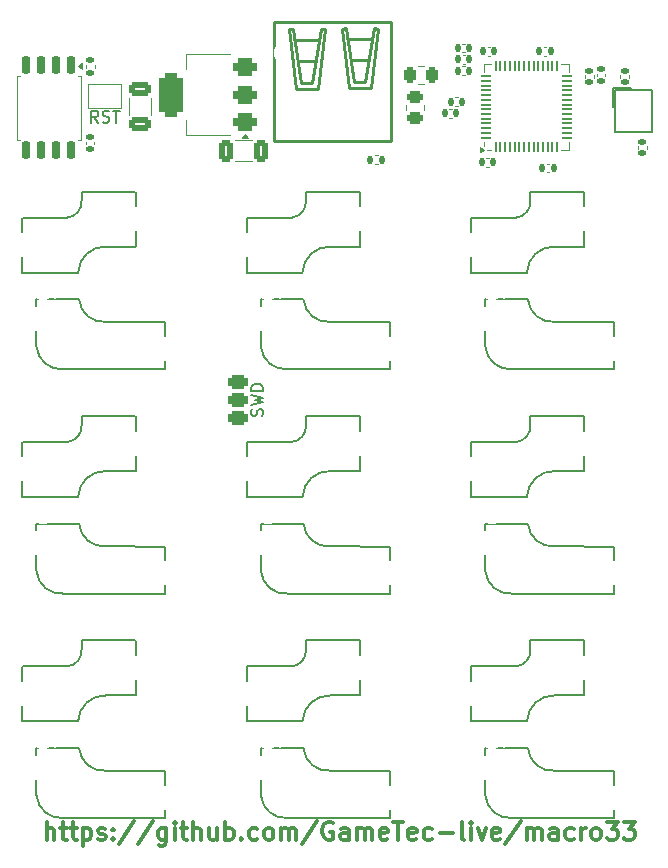
<source format=gto>
%TF.GenerationSoftware,KiCad,Pcbnew,8.0.8*%
%TF.CreationDate,2025-02-13T21:53:56+01:00*%
%TF.ProjectId,macro33,6d616372-6f33-4332-9e6b-696361645f70,2*%
%TF.SameCoordinates,Original*%
%TF.FileFunction,Legend,Top*%
%TF.FilePolarity,Positive*%
%FSLAX46Y46*%
G04 Gerber Fmt 4.6, Leading zero omitted, Abs format (unit mm)*
G04 Created by KiCad (PCBNEW 8.0.8) date 2025-02-13 21:53:56*
%MOMM*%
%LPD*%
G01*
G04 APERTURE LIST*
G04 Aperture macros list*
%AMRoundRect*
0 Rectangle with rounded corners*
0 $1 Rounding radius*
0 $2 $3 $4 $5 $6 $7 $8 $9 X,Y pos of 4 corners*
0 Add a 4 corners polygon primitive as box body*
4,1,4,$2,$3,$4,$5,$6,$7,$8,$9,$2,$3,0*
0 Add four circle primitives for the rounded corners*
1,1,$1+$1,$2,$3*
1,1,$1+$1,$4,$5*
1,1,$1+$1,$6,$7*
1,1,$1+$1,$8,$9*
0 Add four rect primitives between the rounded corners*
20,1,$1+$1,$2,$3,$4,$5,0*
20,1,$1+$1,$4,$5,$6,$7,0*
20,1,$1+$1,$6,$7,$8,$9,0*
20,1,$1+$1,$8,$9,$2,$3,0*%
%AMFreePoly0*
4,1,6,1.000000,0.000000,0.500000,-0.750000,-0.500000,-0.750000,-0.500000,0.750000,0.500000,0.750000,1.000000,0.000000,1.000000,0.000000,$1*%
%AMFreePoly1*
4,1,6,0.500000,-0.750000,-0.650000,-0.750000,-0.150000,0.000000,-0.650000,0.750000,0.500000,0.750000,0.500000,-0.750000,0.500000,-0.750000,$1*%
G04 Aperture macros list end*
%ADD10C,0.300000*%
%ADD11C,0.150000*%
%ADD12C,0.120000*%
%ADD13C,0.254000*%
%ADD14C,0.152500*%
%ADD15RoundRect,0.140000X-0.170000X0.140000X-0.170000X-0.140000X0.170000X-0.140000X0.170000X0.140000X0*%
%ADD16RoundRect,0.250000X-0.262500X-0.450000X0.262500X-0.450000X0.262500X0.450000X-0.262500X0.450000X0*%
%ADD17RoundRect,0.375000X0.625000X0.375000X-0.625000X0.375000X-0.625000X-0.375000X0.625000X-0.375000X0*%
%ADD18RoundRect,0.500000X0.500000X1.400000X-0.500000X1.400000X-0.500000X-1.400000X0.500000X-1.400000X0*%
%ADD19RoundRect,0.250000X0.450000X-0.262500X0.450000X0.262500X-0.450000X0.262500X-0.450000X-0.262500X0*%
%ADD20RoundRect,0.135000X0.135000X0.185000X-0.135000X0.185000X-0.135000X-0.185000X0.135000X-0.185000X0*%
%ADD21RoundRect,0.140000X0.140000X0.170000X-0.140000X0.170000X-0.140000X-0.170000X0.140000X-0.170000X0*%
%ADD22RoundRect,0.140000X-0.140000X-0.170000X0.140000X-0.170000X0.140000X0.170000X-0.140000X0.170000X0*%
%ADD23RoundRect,0.050000X0.050000X-0.387500X0.050000X0.387500X-0.050000X0.387500X-0.050000X-0.387500X0*%
%ADD24RoundRect,0.050000X0.387500X-0.050000X0.387500X0.050000X-0.387500X0.050000X-0.387500X-0.050000X0*%
%ADD25R,3.200000X3.200000*%
%ADD26RoundRect,0.140000X0.170000X-0.140000X0.170000X0.140000X-0.170000X0.140000X-0.170000X-0.140000X0*%
%ADD27O,0.800000X1.400000*%
%ADD28R,0.300000X1.400000*%
%ADD29C,0.600000*%
%ADD30RoundRect,0.135000X0.185000X-0.135000X0.185000X0.135000X-0.185000X0.135000X-0.185000X-0.135000X0*%
%ADD31RoundRect,0.315500X-0.506000X-0.315500X0.506000X-0.315500X0.506000X0.315500X-0.506000X0.315500X0*%
%ADD32RoundRect,0.150000X-0.150000X0.650000X-0.150000X-0.650000X0.150000X-0.650000X0.150000X0.650000X0*%
%ADD33RoundRect,0.250000X-0.650000X0.325000X-0.650000X-0.325000X0.650000X-0.325000X0.650000X0.325000X0*%
%ADD34FreePoly0,180.000000*%
%ADD35FreePoly1,180.000000*%
%ADD36R,1.100000X1.200000*%
%ADD37RoundRect,0.250000X0.325000X0.650000X-0.325000X0.650000X-0.325000X-0.650000X0.325000X-0.650000X0*%
%ADD38C,1.900000*%
%ADD39C,1.700000*%
%ADD40C,3.000000*%
%ADD41C,4.100000*%
%ADD42R,0.300000X2.000000*%
%ADD43R,1.000000X0.500000*%
%ADD44R,1.000000X1.000000*%
%ADD45R,0.500000X2.000000*%
%ADD46R,1.125000X0.500000*%
%ADD47C,0.750000*%
%ADD48R,0.500000X1.625000*%
G04 APERTURE END LIST*
D10*
X57554510Y-132490828D02*
X57554510Y-130990828D01*
X58197368Y-132490828D02*
X58197368Y-131705114D01*
X58197368Y-131705114D02*
X58125939Y-131562257D01*
X58125939Y-131562257D02*
X57983082Y-131490828D01*
X57983082Y-131490828D02*
X57768796Y-131490828D01*
X57768796Y-131490828D02*
X57625939Y-131562257D01*
X57625939Y-131562257D02*
X57554510Y-131633685D01*
X58697368Y-131490828D02*
X59268796Y-131490828D01*
X58911653Y-130990828D02*
X58911653Y-132276542D01*
X58911653Y-132276542D02*
X58983082Y-132419400D01*
X58983082Y-132419400D02*
X59125939Y-132490828D01*
X59125939Y-132490828D02*
X59268796Y-132490828D01*
X59554511Y-131490828D02*
X60125939Y-131490828D01*
X59768796Y-130990828D02*
X59768796Y-132276542D01*
X59768796Y-132276542D02*
X59840225Y-132419400D01*
X59840225Y-132419400D02*
X59983082Y-132490828D01*
X59983082Y-132490828D02*
X60125939Y-132490828D01*
X60625939Y-131490828D02*
X60625939Y-132990828D01*
X60625939Y-131562257D02*
X60768797Y-131490828D01*
X60768797Y-131490828D02*
X61054511Y-131490828D01*
X61054511Y-131490828D02*
X61197368Y-131562257D01*
X61197368Y-131562257D02*
X61268797Y-131633685D01*
X61268797Y-131633685D02*
X61340225Y-131776542D01*
X61340225Y-131776542D02*
X61340225Y-132205114D01*
X61340225Y-132205114D02*
X61268797Y-132347971D01*
X61268797Y-132347971D02*
X61197368Y-132419400D01*
X61197368Y-132419400D02*
X61054511Y-132490828D01*
X61054511Y-132490828D02*
X60768797Y-132490828D01*
X60768797Y-132490828D02*
X60625939Y-132419400D01*
X61911654Y-132419400D02*
X62054511Y-132490828D01*
X62054511Y-132490828D02*
X62340225Y-132490828D01*
X62340225Y-132490828D02*
X62483082Y-132419400D01*
X62483082Y-132419400D02*
X62554511Y-132276542D01*
X62554511Y-132276542D02*
X62554511Y-132205114D01*
X62554511Y-132205114D02*
X62483082Y-132062257D01*
X62483082Y-132062257D02*
X62340225Y-131990828D01*
X62340225Y-131990828D02*
X62125940Y-131990828D01*
X62125940Y-131990828D02*
X61983082Y-131919400D01*
X61983082Y-131919400D02*
X61911654Y-131776542D01*
X61911654Y-131776542D02*
X61911654Y-131705114D01*
X61911654Y-131705114D02*
X61983082Y-131562257D01*
X61983082Y-131562257D02*
X62125940Y-131490828D01*
X62125940Y-131490828D02*
X62340225Y-131490828D01*
X62340225Y-131490828D02*
X62483082Y-131562257D01*
X63197368Y-132347971D02*
X63268797Y-132419400D01*
X63268797Y-132419400D02*
X63197368Y-132490828D01*
X63197368Y-132490828D02*
X63125940Y-132419400D01*
X63125940Y-132419400D02*
X63197368Y-132347971D01*
X63197368Y-132347971D02*
X63197368Y-132490828D01*
X63197368Y-131562257D02*
X63268797Y-131633685D01*
X63268797Y-131633685D02*
X63197368Y-131705114D01*
X63197368Y-131705114D02*
X63125940Y-131633685D01*
X63125940Y-131633685D02*
X63197368Y-131562257D01*
X63197368Y-131562257D02*
X63197368Y-131705114D01*
X64983083Y-130919400D02*
X63697369Y-132847971D01*
X66554512Y-130919400D02*
X65268798Y-132847971D01*
X67697370Y-131490828D02*
X67697370Y-132705114D01*
X67697370Y-132705114D02*
X67625941Y-132847971D01*
X67625941Y-132847971D02*
X67554512Y-132919400D01*
X67554512Y-132919400D02*
X67411655Y-132990828D01*
X67411655Y-132990828D02*
X67197370Y-132990828D01*
X67197370Y-132990828D02*
X67054512Y-132919400D01*
X67697370Y-132419400D02*
X67554512Y-132490828D01*
X67554512Y-132490828D02*
X67268798Y-132490828D01*
X67268798Y-132490828D02*
X67125941Y-132419400D01*
X67125941Y-132419400D02*
X67054512Y-132347971D01*
X67054512Y-132347971D02*
X66983084Y-132205114D01*
X66983084Y-132205114D02*
X66983084Y-131776542D01*
X66983084Y-131776542D02*
X67054512Y-131633685D01*
X67054512Y-131633685D02*
X67125941Y-131562257D01*
X67125941Y-131562257D02*
X67268798Y-131490828D01*
X67268798Y-131490828D02*
X67554512Y-131490828D01*
X67554512Y-131490828D02*
X67697370Y-131562257D01*
X68411655Y-132490828D02*
X68411655Y-131490828D01*
X68411655Y-130990828D02*
X68340227Y-131062257D01*
X68340227Y-131062257D02*
X68411655Y-131133685D01*
X68411655Y-131133685D02*
X68483084Y-131062257D01*
X68483084Y-131062257D02*
X68411655Y-130990828D01*
X68411655Y-130990828D02*
X68411655Y-131133685D01*
X68911656Y-131490828D02*
X69483084Y-131490828D01*
X69125941Y-130990828D02*
X69125941Y-132276542D01*
X69125941Y-132276542D02*
X69197370Y-132419400D01*
X69197370Y-132419400D02*
X69340227Y-132490828D01*
X69340227Y-132490828D02*
X69483084Y-132490828D01*
X69983084Y-132490828D02*
X69983084Y-130990828D01*
X70625942Y-132490828D02*
X70625942Y-131705114D01*
X70625942Y-131705114D02*
X70554513Y-131562257D01*
X70554513Y-131562257D02*
X70411656Y-131490828D01*
X70411656Y-131490828D02*
X70197370Y-131490828D01*
X70197370Y-131490828D02*
X70054513Y-131562257D01*
X70054513Y-131562257D02*
X69983084Y-131633685D01*
X71983085Y-131490828D02*
X71983085Y-132490828D01*
X71340227Y-131490828D02*
X71340227Y-132276542D01*
X71340227Y-132276542D02*
X71411656Y-132419400D01*
X71411656Y-132419400D02*
X71554513Y-132490828D01*
X71554513Y-132490828D02*
X71768799Y-132490828D01*
X71768799Y-132490828D02*
X71911656Y-132419400D01*
X71911656Y-132419400D02*
X71983085Y-132347971D01*
X72697370Y-132490828D02*
X72697370Y-130990828D01*
X72697370Y-131562257D02*
X72840228Y-131490828D01*
X72840228Y-131490828D02*
X73125942Y-131490828D01*
X73125942Y-131490828D02*
X73268799Y-131562257D01*
X73268799Y-131562257D02*
X73340228Y-131633685D01*
X73340228Y-131633685D02*
X73411656Y-131776542D01*
X73411656Y-131776542D02*
X73411656Y-132205114D01*
X73411656Y-132205114D02*
X73340228Y-132347971D01*
X73340228Y-132347971D02*
X73268799Y-132419400D01*
X73268799Y-132419400D02*
X73125942Y-132490828D01*
X73125942Y-132490828D02*
X72840228Y-132490828D01*
X72840228Y-132490828D02*
X72697370Y-132419400D01*
X74054513Y-132347971D02*
X74125942Y-132419400D01*
X74125942Y-132419400D02*
X74054513Y-132490828D01*
X74054513Y-132490828D02*
X73983085Y-132419400D01*
X73983085Y-132419400D02*
X74054513Y-132347971D01*
X74054513Y-132347971D02*
X74054513Y-132490828D01*
X75411657Y-132419400D02*
X75268799Y-132490828D01*
X75268799Y-132490828D02*
X74983085Y-132490828D01*
X74983085Y-132490828D02*
X74840228Y-132419400D01*
X74840228Y-132419400D02*
X74768799Y-132347971D01*
X74768799Y-132347971D02*
X74697371Y-132205114D01*
X74697371Y-132205114D02*
X74697371Y-131776542D01*
X74697371Y-131776542D02*
X74768799Y-131633685D01*
X74768799Y-131633685D02*
X74840228Y-131562257D01*
X74840228Y-131562257D02*
X74983085Y-131490828D01*
X74983085Y-131490828D02*
X75268799Y-131490828D01*
X75268799Y-131490828D02*
X75411657Y-131562257D01*
X76268799Y-132490828D02*
X76125942Y-132419400D01*
X76125942Y-132419400D02*
X76054513Y-132347971D01*
X76054513Y-132347971D02*
X75983085Y-132205114D01*
X75983085Y-132205114D02*
X75983085Y-131776542D01*
X75983085Y-131776542D02*
X76054513Y-131633685D01*
X76054513Y-131633685D02*
X76125942Y-131562257D01*
X76125942Y-131562257D02*
X76268799Y-131490828D01*
X76268799Y-131490828D02*
X76483085Y-131490828D01*
X76483085Y-131490828D02*
X76625942Y-131562257D01*
X76625942Y-131562257D02*
X76697371Y-131633685D01*
X76697371Y-131633685D02*
X76768799Y-131776542D01*
X76768799Y-131776542D02*
X76768799Y-132205114D01*
X76768799Y-132205114D02*
X76697371Y-132347971D01*
X76697371Y-132347971D02*
X76625942Y-132419400D01*
X76625942Y-132419400D02*
X76483085Y-132490828D01*
X76483085Y-132490828D02*
X76268799Y-132490828D01*
X77411656Y-132490828D02*
X77411656Y-131490828D01*
X77411656Y-131633685D02*
X77483085Y-131562257D01*
X77483085Y-131562257D02*
X77625942Y-131490828D01*
X77625942Y-131490828D02*
X77840228Y-131490828D01*
X77840228Y-131490828D02*
X77983085Y-131562257D01*
X77983085Y-131562257D02*
X78054514Y-131705114D01*
X78054514Y-131705114D02*
X78054514Y-132490828D01*
X78054514Y-131705114D02*
X78125942Y-131562257D01*
X78125942Y-131562257D02*
X78268799Y-131490828D01*
X78268799Y-131490828D02*
X78483085Y-131490828D01*
X78483085Y-131490828D02*
X78625942Y-131562257D01*
X78625942Y-131562257D02*
X78697371Y-131705114D01*
X78697371Y-131705114D02*
X78697371Y-132490828D01*
X80483085Y-130919400D02*
X79197371Y-132847971D01*
X81768800Y-131062257D02*
X81625943Y-130990828D01*
X81625943Y-130990828D02*
X81411657Y-130990828D01*
X81411657Y-130990828D02*
X81197371Y-131062257D01*
X81197371Y-131062257D02*
X81054514Y-131205114D01*
X81054514Y-131205114D02*
X80983085Y-131347971D01*
X80983085Y-131347971D02*
X80911657Y-131633685D01*
X80911657Y-131633685D02*
X80911657Y-131847971D01*
X80911657Y-131847971D02*
X80983085Y-132133685D01*
X80983085Y-132133685D02*
X81054514Y-132276542D01*
X81054514Y-132276542D02*
X81197371Y-132419400D01*
X81197371Y-132419400D02*
X81411657Y-132490828D01*
X81411657Y-132490828D02*
X81554514Y-132490828D01*
X81554514Y-132490828D02*
X81768800Y-132419400D01*
X81768800Y-132419400D02*
X81840228Y-132347971D01*
X81840228Y-132347971D02*
X81840228Y-131847971D01*
X81840228Y-131847971D02*
X81554514Y-131847971D01*
X83125943Y-132490828D02*
X83125943Y-131705114D01*
X83125943Y-131705114D02*
X83054514Y-131562257D01*
X83054514Y-131562257D02*
X82911657Y-131490828D01*
X82911657Y-131490828D02*
X82625943Y-131490828D01*
X82625943Y-131490828D02*
X82483085Y-131562257D01*
X83125943Y-132419400D02*
X82983085Y-132490828D01*
X82983085Y-132490828D02*
X82625943Y-132490828D01*
X82625943Y-132490828D02*
X82483085Y-132419400D01*
X82483085Y-132419400D02*
X82411657Y-132276542D01*
X82411657Y-132276542D02*
X82411657Y-132133685D01*
X82411657Y-132133685D02*
X82483085Y-131990828D01*
X82483085Y-131990828D02*
X82625943Y-131919400D01*
X82625943Y-131919400D02*
X82983085Y-131919400D01*
X82983085Y-131919400D02*
X83125943Y-131847971D01*
X83840228Y-132490828D02*
X83840228Y-131490828D01*
X83840228Y-131633685D02*
X83911657Y-131562257D01*
X83911657Y-131562257D02*
X84054514Y-131490828D01*
X84054514Y-131490828D02*
X84268800Y-131490828D01*
X84268800Y-131490828D02*
X84411657Y-131562257D01*
X84411657Y-131562257D02*
X84483086Y-131705114D01*
X84483086Y-131705114D02*
X84483086Y-132490828D01*
X84483086Y-131705114D02*
X84554514Y-131562257D01*
X84554514Y-131562257D02*
X84697371Y-131490828D01*
X84697371Y-131490828D02*
X84911657Y-131490828D01*
X84911657Y-131490828D02*
X85054514Y-131562257D01*
X85054514Y-131562257D02*
X85125943Y-131705114D01*
X85125943Y-131705114D02*
X85125943Y-132490828D01*
X86411657Y-132419400D02*
X86268800Y-132490828D01*
X86268800Y-132490828D02*
X85983086Y-132490828D01*
X85983086Y-132490828D02*
X85840228Y-132419400D01*
X85840228Y-132419400D02*
X85768800Y-132276542D01*
X85768800Y-132276542D02*
X85768800Y-131705114D01*
X85768800Y-131705114D02*
X85840228Y-131562257D01*
X85840228Y-131562257D02*
X85983086Y-131490828D01*
X85983086Y-131490828D02*
X86268800Y-131490828D01*
X86268800Y-131490828D02*
X86411657Y-131562257D01*
X86411657Y-131562257D02*
X86483086Y-131705114D01*
X86483086Y-131705114D02*
X86483086Y-131847971D01*
X86483086Y-131847971D02*
X85768800Y-131990828D01*
X86911657Y-130990828D02*
X87768800Y-130990828D01*
X87340228Y-132490828D02*
X87340228Y-130990828D01*
X88840228Y-132419400D02*
X88697371Y-132490828D01*
X88697371Y-132490828D02*
X88411657Y-132490828D01*
X88411657Y-132490828D02*
X88268799Y-132419400D01*
X88268799Y-132419400D02*
X88197371Y-132276542D01*
X88197371Y-132276542D02*
X88197371Y-131705114D01*
X88197371Y-131705114D02*
X88268799Y-131562257D01*
X88268799Y-131562257D02*
X88411657Y-131490828D01*
X88411657Y-131490828D02*
X88697371Y-131490828D01*
X88697371Y-131490828D02*
X88840228Y-131562257D01*
X88840228Y-131562257D02*
X88911657Y-131705114D01*
X88911657Y-131705114D02*
X88911657Y-131847971D01*
X88911657Y-131847971D02*
X88197371Y-131990828D01*
X90197371Y-132419400D02*
X90054513Y-132490828D01*
X90054513Y-132490828D02*
X89768799Y-132490828D01*
X89768799Y-132490828D02*
X89625942Y-132419400D01*
X89625942Y-132419400D02*
X89554513Y-132347971D01*
X89554513Y-132347971D02*
X89483085Y-132205114D01*
X89483085Y-132205114D02*
X89483085Y-131776542D01*
X89483085Y-131776542D02*
X89554513Y-131633685D01*
X89554513Y-131633685D02*
X89625942Y-131562257D01*
X89625942Y-131562257D02*
X89768799Y-131490828D01*
X89768799Y-131490828D02*
X90054513Y-131490828D01*
X90054513Y-131490828D02*
X90197371Y-131562257D01*
X90840227Y-131919400D02*
X91983085Y-131919400D01*
X92911656Y-132490828D02*
X92768799Y-132419400D01*
X92768799Y-132419400D02*
X92697370Y-132276542D01*
X92697370Y-132276542D02*
X92697370Y-130990828D01*
X93483084Y-132490828D02*
X93483084Y-131490828D01*
X93483084Y-130990828D02*
X93411656Y-131062257D01*
X93411656Y-131062257D02*
X93483084Y-131133685D01*
X93483084Y-131133685D02*
X93554513Y-131062257D01*
X93554513Y-131062257D02*
X93483084Y-130990828D01*
X93483084Y-130990828D02*
X93483084Y-131133685D01*
X94054513Y-131490828D02*
X94411656Y-132490828D01*
X94411656Y-132490828D02*
X94768799Y-131490828D01*
X95911656Y-132419400D02*
X95768799Y-132490828D01*
X95768799Y-132490828D02*
X95483085Y-132490828D01*
X95483085Y-132490828D02*
X95340227Y-132419400D01*
X95340227Y-132419400D02*
X95268799Y-132276542D01*
X95268799Y-132276542D02*
X95268799Y-131705114D01*
X95268799Y-131705114D02*
X95340227Y-131562257D01*
X95340227Y-131562257D02*
X95483085Y-131490828D01*
X95483085Y-131490828D02*
X95768799Y-131490828D01*
X95768799Y-131490828D02*
X95911656Y-131562257D01*
X95911656Y-131562257D02*
X95983085Y-131705114D01*
X95983085Y-131705114D02*
X95983085Y-131847971D01*
X95983085Y-131847971D02*
X95268799Y-131990828D01*
X97697370Y-130919400D02*
X96411656Y-132847971D01*
X98197370Y-132490828D02*
X98197370Y-131490828D01*
X98197370Y-131633685D02*
X98268799Y-131562257D01*
X98268799Y-131562257D02*
X98411656Y-131490828D01*
X98411656Y-131490828D02*
X98625942Y-131490828D01*
X98625942Y-131490828D02*
X98768799Y-131562257D01*
X98768799Y-131562257D02*
X98840228Y-131705114D01*
X98840228Y-131705114D02*
X98840228Y-132490828D01*
X98840228Y-131705114D02*
X98911656Y-131562257D01*
X98911656Y-131562257D02*
X99054513Y-131490828D01*
X99054513Y-131490828D02*
X99268799Y-131490828D01*
X99268799Y-131490828D02*
X99411656Y-131562257D01*
X99411656Y-131562257D02*
X99483085Y-131705114D01*
X99483085Y-131705114D02*
X99483085Y-132490828D01*
X100840228Y-132490828D02*
X100840228Y-131705114D01*
X100840228Y-131705114D02*
X100768799Y-131562257D01*
X100768799Y-131562257D02*
X100625942Y-131490828D01*
X100625942Y-131490828D02*
X100340228Y-131490828D01*
X100340228Y-131490828D02*
X100197370Y-131562257D01*
X100840228Y-132419400D02*
X100697370Y-132490828D01*
X100697370Y-132490828D02*
X100340228Y-132490828D01*
X100340228Y-132490828D02*
X100197370Y-132419400D01*
X100197370Y-132419400D02*
X100125942Y-132276542D01*
X100125942Y-132276542D02*
X100125942Y-132133685D01*
X100125942Y-132133685D02*
X100197370Y-131990828D01*
X100197370Y-131990828D02*
X100340228Y-131919400D01*
X100340228Y-131919400D02*
X100697370Y-131919400D01*
X100697370Y-131919400D02*
X100840228Y-131847971D01*
X102197371Y-132419400D02*
X102054513Y-132490828D01*
X102054513Y-132490828D02*
X101768799Y-132490828D01*
X101768799Y-132490828D02*
X101625942Y-132419400D01*
X101625942Y-132419400D02*
X101554513Y-132347971D01*
X101554513Y-132347971D02*
X101483085Y-132205114D01*
X101483085Y-132205114D02*
X101483085Y-131776542D01*
X101483085Y-131776542D02*
X101554513Y-131633685D01*
X101554513Y-131633685D02*
X101625942Y-131562257D01*
X101625942Y-131562257D02*
X101768799Y-131490828D01*
X101768799Y-131490828D02*
X102054513Y-131490828D01*
X102054513Y-131490828D02*
X102197371Y-131562257D01*
X102840227Y-132490828D02*
X102840227Y-131490828D01*
X102840227Y-131776542D02*
X102911656Y-131633685D01*
X102911656Y-131633685D02*
X102983085Y-131562257D01*
X102983085Y-131562257D02*
X103125942Y-131490828D01*
X103125942Y-131490828D02*
X103268799Y-131490828D01*
X103983084Y-132490828D02*
X103840227Y-132419400D01*
X103840227Y-132419400D02*
X103768798Y-132347971D01*
X103768798Y-132347971D02*
X103697370Y-132205114D01*
X103697370Y-132205114D02*
X103697370Y-131776542D01*
X103697370Y-131776542D02*
X103768798Y-131633685D01*
X103768798Y-131633685D02*
X103840227Y-131562257D01*
X103840227Y-131562257D02*
X103983084Y-131490828D01*
X103983084Y-131490828D02*
X104197370Y-131490828D01*
X104197370Y-131490828D02*
X104340227Y-131562257D01*
X104340227Y-131562257D02*
X104411656Y-131633685D01*
X104411656Y-131633685D02*
X104483084Y-131776542D01*
X104483084Y-131776542D02*
X104483084Y-132205114D01*
X104483084Y-132205114D02*
X104411656Y-132347971D01*
X104411656Y-132347971D02*
X104340227Y-132419400D01*
X104340227Y-132419400D02*
X104197370Y-132490828D01*
X104197370Y-132490828D02*
X103983084Y-132490828D01*
X104983084Y-130990828D02*
X105911656Y-130990828D01*
X105911656Y-130990828D02*
X105411656Y-131562257D01*
X105411656Y-131562257D02*
X105625941Y-131562257D01*
X105625941Y-131562257D02*
X105768799Y-131633685D01*
X105768799Y-131633685D02*
X105840227Y-131705114D01*
X105840227Y-131705114D02*
X105911656Y-131847971D01*
X105911656Y-131847971D02*
X105911656Y-132205114D01*
X105911656Y-132205114D02*
X105840227Y-132347971D01*
X105840227Y-132347971D02*
X105768799Y-132419400D01*
X105768799Y-132419400D02*
X105625941Y-132490828D01*
X105625941Y-132490828D02*
X105197370Y-132490828D01*
X105197370Y-132490828D02*
X105054513Y-132419400D01*
X105054513Y-132419400D02*
X104983084Y-132347971D01*
X106411655Y-130990828D02*
X107340227Y-130990828D01*
X107340227Y-130990828D02*
X106840227Y-131562257D01*
X106840227Y-131562257D02*
X107054512Y-131562257D01*
X107054512Y-131562257D02*
X107197370Y-131633685D01*
X107197370Y-131633685D02*
X107268798Y-131705114D01*
X107268798Y-131705114D02*
X107340227Y-131847971D01*
X107340227Y-131847971D02*
X107340227Y-132205114D01*
X107340227Y-132205114D02*
X107268798Y-132347971D01*
X107268798Y-132347971D02*
X107197370Y-132419400D01*
X107197370Y-132419400D02*
X107054512Y-132490828D01*
X107054512Y-132490828D02*
X106625941Y-132490828D01*
X106625941Y-132490828D02*
X106483084Y-132419400D01*
X106483084Y-132419400D02*
X106411655Y-132347971D01*
D11*
X75835700Y-96607142D02*
X75883319Y-96464285D01*
X75883319Y-96464285D02*
X75883319Y-96226190D01*
X75883319Y-96226190D02*
X75835700Y-96130952D01*
X75835700Y-96130952D02*
X75788080Y-96083333D01*
X75788080Y-96083333D02*
X75692842Y-96035714D01*
X75692842Y-96035714D02*
X75597604Y-96035714D01*
X75597604Y-96035714D02*
X75502366Y-96083333D01*
X75502366Y-96083333D02*
X75454747Y-96130952D01*
X75454747Y-96130952D02*
X75407128Y-96226190D01*
X75407128Y-96226190D02*
X75359509Y-96416666D01*
X75359509Y-96416666D02*
X75311890Y-96511904D01*
X75311890Y-96511904D02*
X75264271Y-96559523D01*
X75264271Y-96559523D02*
X75169033Y-96607142D01*
X75169033Y-96607142D02*
X75073795Y-96607142D01*
X75073795Y-96607142D02*
X74978557Y-96559523D01*
X74978557Y-96559523D02*
X74930938Y-96511904D01*
X74930938Y-96511904D02*
X74883319Y-96416666D01*
X74883319Y-96416666D02*
X74883319Y-96178571D01*
X74883319Y-96178571D02*
X74930938Y-96035714D01*
X74883319Y-95702380D02*
X75883319Y-95464285D01*
X75883319Y-95464285D02*
X75169033Y-95273809D01*
X75169033Y-95273809D02*
X75883319Y-95083333D01*
X75883319Y-95083333D02*
X74883319Y-94845238D01*
X75883319Y-94464285D02*
X74883319Y-94464285D01*
X74883319Y-94464285D02*
X74883319Y-94226190D01*
X74883319Y-94226190D02*
X74930938Y-94083333D01*
X74930938Y-94083333D02*
X75026176Y-93988095D01*
X75026176Y-93988095D02*
X75121414Y-93940476D01*
X75121414Y-93940476D02*
X75311890Y-93892857D01*
X75311890Y-93892857D02*
X75454747Y-93892857D01*
X75454747Y-93892857D02*
X75645223Y-93940476D01*
X75645223Y-93940476D02*
X75740461Y-93988095D01*
X75740461Y-93988095D02*
X75835700Y-94083333D01*
X75835700Y-94083333D02*
X75883319Y-94226190D01*
X75883319Y-94226190D02*
X75883319Y-94464285D01*
X61927380Y-71774819D02*
X61594047Y-71298628D01*
X61355952Y-71774819D02*
X61355952Y-70774819D01*
X61355952Y-70774819D02*
X61736904Y-70774819D01*
X61736904Y-70774819D02*
X61832142Y-70822438D01*
X61832142Y-70822438D02*
X61879761Y-70870057D01*
X61879761Y-70870057D02*
X61927380Y-70965295D01*
X61927380Y-70965295D02*
X61927380Y-71108152D01*
X61927380Y-71108152D02*
X61879761Y-71203390D01*
X61879761Y-71203390D02*
X61832142Y-71251009D01*
X61832142Y-71251009D02*
X61736904Y-71298628D01*
X61736904Y-71298628D02*
X61355952Y-71298628D01*
X62308333Y-71727200D02*
X62451190Y-71774819D01*
X62451190Y-71774819D02*
X62689285Y-71774819D01*
X62689285Y-71774819D02*
X62784523Y-71727200D01*
X62784523Y-71727200D02*
X62832142Y-71679580D01*
X62832142Y-71679580D02*
X62879761Y-71584342D01*
X62879761Y-71584342D02*
X62879761Y-71489104D01*
X62879761Y-71489104D02*
X62832142Y-71393866D01*
X62832142Y-71393866D02*
X62784523Y-71346247D01*
X62784523Y-71346247D02*
X62689285Y-71298628D01*
X62689285Y-71298628D02*
X62498809Y-71251009D01*
X62498809Y-71251009D02*
X62403571Y-71203390D01*
X62403571Y-71203390D02*
X62355952Y-71155771D01*
X62355952Y-71155771D02*
X62308333Y-71060533D01*
X62308333Y-71060533D02*
X62308333Y-70965295D01*
X62308333Y-70965295D02*
X62355952Y-70870057D01*
X62355952Y-70870057D02*
X62403571Y-70822438D01*
X62403571Y-70822438D02*
X62498809Y-70774819D01*
X62498809Y-70774819D02*
X62736904Y-70774819D01*
X62736904Y-70774819D02*
X62879761Y-70822438D01*
X63165476Y-70774819D02*
X63736904Y-70774819D01*
X63451190Y-71774819D02*
X63451190Y-70774819D01*
D12*
%TO.C,C2*%
X106140000Y-67779664D02*
X106140000Y-67995336D01*
X106860000Y-67779664D02*
X106860000Y-67995336D01*
%TO.C,R2*%
X89022936Y-67015000D02*
X89477064Y-67015000D01*
X89022936Y-68485000D02*
X89477064Y-68485000D01*
%TO.C,U3*%
X69330000Y-65998000D02*
X69330000Y-67258000D01*
X69330000Y-72818000D02*
X69330000Y-71558000D01*
X73090000Y-65998000D02*
X69330000Y-65998000D01*
X73090000Y-72818000D02*
X69330000Y-72818000D01*
X74610000Y-73048000D02*
X74130000Y-73048000D01*
X74370000Y-72718000D01*
X74610000Y-73048000D01*
G36*
X74610000Y-73048000D02*
G01*
X74130000Y-73048000D01*
X74370000Y-72718000D01*
X74610000Y-73048000D01*
G37*
%TO.C,R1*%
X88015000Y-70727064D02*
X88015000Y-70272936D01*
X89485000Y-70727064D02*
X89485000Y-70272936D01*
%TO.C,R5*%
X85643641Y-74528000D02*
X85336359Y-74528000D01*
X85643641Y-75288000D02*
X85336359Y-75288000D01*
%TO.C,C13*%
X92975336Y-65110000D02*
X92759664Y-65110000D01*
X92975336Y-65830000D02*
X92759664Y-65830000D01*
%TO.C,C11*%
X99642164Y-65390000D02*
X99857836Y-65390000D01*
X99642164Y-66110000D02*
X99857836Y-66110000D01*
%TO.C,C4*%
X92975336Y-67027500D02*
X92759664Y-67027500D01*
X92975336Y-67747500D02*
X92759664Y-67747500D01*
%TO.C,U1*%
X94577500Y-66840000D02*
X95227500Y-66840000D01*
X94577500Y-67490000D02*
X94577500Y-66840000D01*
X94577500Y-73410000D02*
X94577500Y-73760000D01*
X95227500Y-74060000D02*
X94817500Y-74060000D01*
X101797500Y-66840000D02*
X101147500Y-66840000D01*
X101797500Y-67490000D02*
X101797500Y-66840000D01*
X101797500Y-73410000D02*
X101797500Y-74060000D01*
X101797500Y-74060000D02*
X101147500Y-74060000D01*
X94577500Y-74060000D02*
X94247500Y-74300000D01*
X94247500Y-73820000D01*
X94577500Y-74060000D01*
G36*
X94577500Y-74060000D02*
G01*
X94247500Y-74300000D01*
X94247500Y-73820000D01*
X94577500Y-74060000D01*
G37*
%TO.C,C8*%
X60890000Y-73627836D02*
X60890000Y-73412164D01*
X61610000Y-73627836D02*
X61610000Y-73412164D01*
D13*
%TO.C,USBC1*%
X76797000Y-63293000D02*
X86703000Y-63293000D01*
X76797000Y-73326000D02*
X76797000Y-63293000D01*
X78105000Y-63877000D02*
X78686500Y-68924000D01*
X78437500Y-63851500D02*
X78105000Y-63877000D01*
X78534000Y-64783500D02*
X80617000Y-64783500D01*
X78686500Y-68924000D02*
X80540500Y-68924000D01*
X78864000Y-66536500D02*
X80312000Y-66536500D01*
X79093000Y-68416000D02*
X78437500Y-63851500D01*
X80032500Y-68416000D02*
X79093000Y-68416000D01*
X80540500Y-68924000D02*
X81125000Y-63869500D01*
X80820000Y-63818500D02*
X80032500Y-68416000D01*
X81125000Y-63869500D02*
X80820000Y-63818500D01*
X82575000Y-63826000D02*
X82908000Y-63800500D01*
X82908000Y-63800500D02*
X83563000Y-68365000D01*
X83004500Y-64733000D02*
X85087000Y-64733000D01*
X83157000Y-68873000D02*
X82575000Y-63826000D01*
X83334500Y-66485500D02*
X84782500Y-66485500D01*
X83563000Y-68365000D02*
X84503000Y-68365000D01*
X84503000Y-68365000D02*
X85290500Y-63767500D01*
X85011000Y-68873000D02*
X83157000Y-68873000D01*
X85290500Y-63767500D02*
X85595000Y-63818500D01*
X85595000Y-63818500D02*
X85011000Y-68873000D01*
X86703000Y-63293000D02*
X86703000Y-73326000D01*
X86703000Y-73326000D02*
X76797000Y-73326000D01*
D12*
%TO.C,R3*%
X60870000Y-67183641D02*
X60870000Y-66876359D01*
X61630000Y-67183641D02*
X61630000Y-66876359D01*
%TO.C,C5*%
X91877836Y-70640000D02*
X91662164Y-70640000D01*
X91877836Y-71360000D02*
X91662164Y-71360000D01*
%TO.C,C7*%
X95015336Y-74777500D02*
X94799664Y-74777500D01*
X95015336Y-75497500D02*
X94799664Y-75497500D01*
%TO.C,C10*%
X92377836Y-69640000D02*
X92162164Y-69640000D01*
X92377836Y-70360000D02*
X92162164Y-70360000D01*
%TO.C,C9*%
X104140000Y-67857836D02*
X104140000Y-67642164D01*
X104860000Y-67857836D02*
X104860000Y-67642164D01*
%TO.C,U2*%
X55025000Y-67795000D02*
X55285000Y-67795000D01*
X55025000Y-70520000D02*
X55025000Y-67795000D01*
X55025000Y-70520000D02*
X55025000Y-73245000D01*
X55025000Y-73245000D02*
X55285000Y-73245000D01*
X60475000Y-67795000D02*
X60215000Y-67795000D01*
X60475000Y-70520000D02*
X60475000Y-67795000D01*
X60475000Y-70520000D02*
X60475000Y-73245000D01*
X60475000Y-73245000D02*
X60215000Y-73245000D01*
X60545000Y-67252500D02*
X60215000Y-67012500D01*
X60545000Y-66772500D01*
X60545000Y-67252500D01*
G36*
X60545000Y-67252500D02*
G01*
X60215000Y-67012500D01*
X60545000Y-66772500D01*
X60545000Y-67252500D01*
G37*
%TO.C,C16*%
X92995336Y-66060000D02*
X92779664Y-66060000D01*
X92995336Y-66780000D02*
X92779664Y-66780000D01*
%TO.C,C15*%
X64580000Y-69696748D02*
X64580000Y-71119252D01*
X66400000Y-69696748D02*
X66400000Y-71119252D01*
%TO.C,C1*%
X107640000Y-73995336D02*
X107640000Y-73779664D01*
X108360000Y-73995336D02*
X108360000Y-73779664D01*
%TO.C,C6*%
X94892164Y-65390000D02*
X95107836Y-65390000D01*
X94892164Y-66110000D02*
X95107836Y-66110000D01*
%TO.C,C12*%
X99912164Y-75277500D02*
X100127836Y-75277500D01*
X99912164Y-75997500D02*
X100127836Y-75997500D01*
%TO.C,RST*%
X61075000Y-68520000D02*
X63875000Y-68520000D01*
X61075000Y-70520000D02*
X61075000Y-68520000D01*
X63875000Y-68520000D02*
X63875000Y-70520000D01*
X63875000Y-70520000D02*
X61075000Y-70520000D01*
%TO.C,C3*%
X103160000Y-67995336D02*
X103160000Y-67779664D01*
X103880000Y-67995336D02*
X103880000Y-67779664D01*
D14*
%TO.C,Y1*%
X105492500Y-68831000D02*
X105492500Y-70487000D01*
X105721500Y-69059000D02*
X108778500Y-69059000D01*
X105721500Y-72616000D02*
X105721500Y-69059000D01*
X107049500Y-68831000D02*
X105492500Y-68831000D01*
X108778500Y-69059000D02*
X108778500Y-72616000D01*
X108778500Y-72616000D02*
X105721500Y-72616000D01*
D12*
%TO.C,C14*%
X74951252Y-73248000D02*
X73528748Y-73248000D01*
X74951252Y-75068000D02*
X73528748Y-75068000D01*
D11*
%TO.C,SW8*%
X74500000Y-117850000D02*
X74500000Y-122450000D01*
X74500000Y-122475000D02*
X79225000Y-122475000D01*
X74525000Y-117825000D02*
X78300000Y-117825000D01*
X75700000Y-124755000D02*
X75700000Y-128700000D01*
X77975000Y-130654000D02*
X86600000Y-130654000D01*
X79310000Y-124746000D02*
X75700000Y-124746000D01*
X79520000Y-115650000D02*
X79520000Y-116350000D01*
X79525000Y-115625000D02*
X84075000Y-115625000D01*
X81525000Y-120275000D02*
X84075000Y-120275000D01*
X81550000Y-126654000D02*
X86600000Y-126700000D01*
X84100000Y-115650000D02*
X84100000Y-120250000D01*
X86600000Y-130654000D02*
X86600000Y-126746000D01*
X77975000Y-130654000D02*
G75*
G02*
X75711000Y-128770000I-190000J2074000D01*
G01*
X79230000Y-122450000D02*
G75*
G02*
X81600000Y-120280000I2270000J-100000D01*
G01*
X79520000Y-116400000D02*
G75*
G02*
X78300000Y-117820000I-1320000J-100000D01*
G01*
X81575000Y-126650000D02*
G75*
G02*
X79315000Y-124770000I-190000J2070000D01*
G01*
%TO.C,SW1*%
X55500000Y-79850000D02*
X55500000Y-84450000D01*
X55500000Y-84475000D02*
X60225000Y-84475000D01*
X55525000Y-79825000D02*
X59300000Y-79825000D01*
X56700000Y-86755000D02*
X56700000Y-90700000D01*
X58975000Y-92654000D02*
X67600000Y-92654000D01*
X60310000Y-86746000D02*
X56700000Y-86746000D01*
X60520000Y-77650000D02*
X60520000Y-78350000D01*
X60525000Y-77625000D02*
X65075000Y-77625000D01*
X62525000Y-82275000D02*
X65075000Y-82275000D01*
X62550000Y-88654000D02*
X67600000Y-88700000D01*
X65100000Y-77650000D02*
X65100000Y-82250000D01*
X67600000Y-92654000D02*
X67600000Y-88746000D01*
X58975000Y-92654000D02*
G75*
G02*
X56711000Y-90770000I-190000J2074000D01*
G01*
X60230000Y-84450000D02*
G75*
G02*
X62600000Y-82280000I2270000J-100000D01*
G01*
X60520000Y-78400000D02*
G75*
G02*
X59300000Y-79820000I-1320000J-100000D01*
G01*
X62575000Y-88650000D02*
G75*
G02*
X60315000Y-86770000I-190000J2070000D01*
G01*
%TO.C,SW4*%
X55500000Y-98850000D02*
X55500000Y-103450000D01*
X55500000Y-103475000D02*
X60225000Y-103475000D01*
X55525000Y-98825000D02*
X59300000Y-98825000D01*
X56700000Y-105755000D02*
X56700000Y-109700000D01*
X58975000Y-111654000D02*
X67600000Y-111654000D01*
X60310000Y-105746000D02*
X56700000Y-105746000D01*
X60520000Y-96650000D02*
X60520000Y-97350000D01*
X60525000Y-96625000D02*
X65075000Y-96625000D01*
X62525000Y-101275000D02*
X65075000Y-101275000D01*
X62550000Y-107654000D02*
X67600000Y-107700000D01*
X65100000Y-96650000D02*
X65100000Y-101250000D01*
X67600000Y-111654000D02*
X67600000Y-107746000D01*
X58975000Y-111654000D02*
G75*
G02*
X56711000Y-109770000I-190000J2074000D01*
G01*
X60230000Y-103450000D02*
G75*
G02*
X62600000Y-101280000I2270000J-100000D01*
G01*
X60520000Y-97400000D02*
G75*
G02*
X59300000Y-98820000I-1320000J-100000D01*
G01*
X62575000Y-107650000D02*
G75*
G02*
X60315000Y-105770000I-190000J2070000D01*
G01*
%TO.C,SW3*%
X93500000Y-79850000D02*
X93500000Y-84450000D01*
X93500000Y-84475000D02*
X98225000Y-84475000D01*
X93525000Y-79825000D02*
X97300000Y-79825000D01*
X94700000Y-86755000D02*
X94700000Y-90700000D01*
X96975000Y-92654000D02*
X105600000Y-92654000D01*
X98310000Y-86746000D02*
X94700000Y-86746000D01*
X98520000Y-77650000D02*
X98520000Y-78350000D01*
X98525000Y-77625000D02*
X103075000Y-77625000D01*
X100525000Y-82275000D02*
X103075000Y-82275000D01*
X100550000Y-88654000D02*
X105600000Y-88700000D01*
X103100000Y-77650000D02*
X103100000Y-82250000D01*
X105600000Y-92654000D02*
X105600000Y-88746000D01*
X96975000Y-92654000D02*
G75*
G02*
X94711000Y-90770000I-190000J2074000D01*
G01*
X98230000Y-84450000D02*
G75*
G02*
X100600000Y-82280000I2270000J-100000D01*
G01*
X98520000Y-78400000D02*
G75*
G02*
X97300000Y-79820000I-1320000J-100000D01*
G01*
X100575000Y-88650000D02*
G75*
G02*
X98315000Y-86770000I-190000J2070000D01*
G01*
%TO.C,SW7*%
X55500000Y-117850000D02*
X55500000Y-122450000D01*
X55500000Y-122475000D02*
X60225000Y-122475000D01*
X55525000Y-117825000D02*
X59300000Y-117825000D01*
X56700000Y-124755000D02*
X56700000Y-128700000D01*
X58975000Y-130654000D02*
X67600000Y-130654000D01*
X60310000Y-124746000D02*
X56700000Y-124746000D01*
X60520000Y-115650000D02*
X60520000Y-116350000D01*
X60525000Y-115625000D02*
X65075000Y-115625000D01*
X62525000Y-120275000D02*
X65075000Y-120275000D01*
X62550000Y-126654000D02*
X67600000Y-126700000D01*
X65100000Y-115650000D02*
X65100000Y-120250000D01*
X67600000Y-130654000D02*
X67600000Y-126746000D01*
X58975000Y-130654000D02*
G75*
G02*
X56711000Y-128770000I-190000J2074000D01*
G01*
X60230000Y-122450000D02*
G75*
G02*
X62600000Y-120280000I2270000J-100000D01*
G01*
X60520000Y-116400000D02*
G75*
G02*
X59300000Y-117820000I-1320000J-100000D01*
G01*
X62575000Y-126650000D02*
G75*
G02*
X60315000Y-124770000I-190000J2070000D01*
G01*
%TO.C,SW5*%
X74500000Y-98850000D02*
X74500000Y-103450000D01*
X74500000Y-103475000D02*
X79225000Y-103475000D01*
X74525000Y-98825000D02*
X78300000Y-98825000D01*
X75700000Y-105755000D02*
X75700000Y-109700000D01*
X77975000Y-111654000D02*
X86600000Y-111654000D01*
X79310000Y-105746000D02*
X75700000Y-105746000D01*
X79520000Y-96650000D02*
X79520000Y-97350000D01*
X79525000Y-96625000D02*
X84075000Y-96625000D01*
X81525000Y-101275000D02*
X84075000Y-101275000D01*
X81550000Y-107654000D02*
X86600000Y-107700000D01*
X84100000Y-96650000D02*
X84100000Y-101250000D01*
X86600000Y-111654000D02*
X86600000Y-107746000D01*
X77975000Y-111654000D02*
G75*
G02*
X75711000Y-109770000I-190000J2074000D01*
G01*
X79230000Y-103450000D02*
G75*
G02*
X81600000Y-101280000I2270000J-100000D01*
G01*
X79520000Y-97400000D02*
G75*
G02*
X78300000Y-98820000I-1320000J-100000D01*
G01*
X81575000Y-107650000D02*
G75*
G02*
X79315000Y-105770000I-190000J2070000D01*
G01*
%TO.C,SW2*%
X74500000Y-79850000D02*
X74500000Y-84450000D01*
X74500000Y-84475000D02*
X79225000Y-84475000D01*
X74525000Y-79825000D02*
X78300000Y-79825000D01*
X75700000Y-86755000D02*
X75700000Y-90700000D01*
X77975000Y-92654000D02*
X86600000Y-92654000D01*
X79310000Y-86746000D02*
X75700000Y-86746000D01*
X79520000Y-77650000D02*
X79520000Y-78350000D01*
X79525000Y-77625000D02*
X84075000Y-77625000D01*
X81525000Y-82275000D02*
X84075000Y-82275000D01*
X81550000Y-88654000D02*
X86600000Y-88700000D01*
X84100000Y-77650000D02*
X84100000Y-82250000D01*
X86600000Y-92654000D02*
X86600000Y-88746000D01*
X77975000Y-92654000D02*
G75*
G02*
X75711000Y-90770000I-190000J2074000D01*
G01*
X79230000Y-84450000D02*
G75*
G02*
X81600000Y-82280000I2270000J-100000D01*
G01*
X79520000Y-78400000D02*
G75*
G02*
X78300000Y-79820000I-1320000J-100000D01*
G01*
X81575000Y-88650000D02*
G75*
G02*
X79315000Y-86770000I-190000J2070000D01*
G01*
%TO.C,SW6*%
X93500000Y-98850000D02*
X93500000Y-103450000D01*
X93500000Y-103475000D02*
X98225000Y-103475000D01*
X93525000Y-98825000D02*
X97300000Y-98825000D01*
X94700000Y-105755000D02*
X94700000Y-109700000D01*
X96975000Y-111654000D02*
X105600000Y-111654000D01*
X98310000Y-105746000D02*
X94700000Y-105746000D01*
X98520000Y-96650000D02*
X98520000Y-97350000D01*
X98525000Y-96625000D02*
X103075000Y-96625000D01*
X100525000Y-101275000D02*
X103075000Y-101275000D01*
X100550000Y-107654000D02*
X105600000Y-107700000D01*
X103100000Y-96650000D02*
X103100000Y-101250000D01*
X105600000Y-111654000D02*
X105600000Y-107746000D01*
X96975000Y-111654000D02*
G75*
G02*
X94711000Y-109770000I-190000J2074000D01*
G01*
X98230000Y-103450000D02*
G75*
G02*
X100600000Y-101280000I2270000J-100000D01*
G01*
X98520000Y-97400000D02*
G75*
G02*
X97300000Y-98820000I-1320000J-100000D01*
G01*
X100575000Y-107650000D02*
G75*
G02*
X98315000Y-105770000I-190000J2070000D01*
G01*
%TO.C,SW9*%
X93500000Y-117850000D02*
X93500000Y-122450000D01*
X93500000Y-122475000D02*
X98225000Y-122475000D01*
X93525000Y-117825000D02*
X97300000Y-117825000D01*
X94700000Y-124755000D02*
X94700000Y-128700000D01*
X96975000Y-130654000D02*
X105600000Y-130654000D01*
X98310000Y-124746000D02*
X94700000Y-124746000D01*
X98520000Y-115650000D02*
X98520000Y-116350000D01*
X98525000Y-115625000D02*
X103075000Y-115625000D01*
X100525000Y-120275000D02*
X103075000Y-120275000D01*
X100550000Y-126654000D02*
X105600000Y-126700000D01*
X103100000Y-115650000D02*
X103100000Y-120250000D01*
X105600000Y-130654000D02*
X105600000Y-126746000D01*
X96975000Y-130654000D02*
G75*
G02*
X94711000Y-128770000I-190000J2074000D01*
G01*
X98230000Y-122450000D02*
G75*
G02*
X100600000Y-120280000I2270000J-100000D01*
G01*
X98520000Y-116400000D02*
G75*
G02*
X97300000Y-117820000I-1320000J-100000D01*
G01*
X100575000Y-126650000D02*
G75*
G02*
X98315000Y-124770000I-190000J2070000D01*
G01*
%TD*%
%LPC*%
D15*
%TO.C,C2*%
X106500000Y-67407500D03*
X106500000Y-68367500D03*
%TD*%
D16*
%TO.C,R2*%
X88337500Y-67750000D03*
X90162500Y-67750000D03*
%TD*%
D17*
%TO.C,U3*%
X74390000Y-71708000D03*
X74390000Y-69408000D03*
D18*
X68090000Y-69408000D03*
D17*
X74390000Y-67108000D03*
%TD*%
D19*
%TO.C,R1*%
X88750000Y-71412500D03*
X88750000Y-69587500D03*
%TD*%
D20*
%TO.C,R5*%
X86000000Y-74908000D03*
X84980000Y-74908000D03*
%TD*%
D21*
%TO.C,C13*%
X93347500Y-65470000D03*
X92387500Y-65470000D03*
%TD*%
D22*
%TO.C,C11*%
X99270000Y-65750000D03*
X100230000Y-65750000D03*
%TD*%
D21*
%TO.C,C4*%
X93347500Y-67387500D03*
X92387500Y-67387500D03*
%TD*%
D23*
%TO.C,U1*%
X95587500Y-73887500D03*
X95987500Y-73887500D03*
X96387500Y-73887500D03*
X96787500Y-73887500D03*
X97187500Y-73887500D03*
X97587500Y-73887500D03*
X97987500Y-73887500D03*
X98387500Y-73887500D03*
X98787500Y-73887500D03*
X99187500Y-73887500D03*
X99587500Y-73887500D03*
X99987500Y-73887500D03*
X100387500Y-73887500D03*
X100787500Y-73887500D03*
D24*
X101625000Y-73050000D03*
X101625000Y-72650000D03*
X101625000Y-72250000D03*
X101625000Y-71850000D03*
X101625000Y-71450000D03*
X101625000Y-71050000D03*
X101625000Y-70650000D03*
X101625000Y-70250000D03*
X101625000Y-69850000D03*
X101625000Y-69450000D03*
X101625000Y-69050000D03*
X101625000Y-68650000D03*
X101625000Y-68250000D03*
X101625000Y-67850000D03*
D23*
X100787500Y-67012500D03*
X100387500Y-67012500D03*
X99987500Y-67012500D03*
X99587500Y-67012500D03*
X99187500Y-67012500D03*
X98787500Y-67012500D03*
X98387500Y-67012500D03*
X97987500Y-67012500D03*
X97587500Y-67012500D03*
X97187500Y-67012500D03*
X96787500Y-67012500D03*
X96387500Y-67012500D03*
X95987500Y-67012500D03*
X95587500Y-67012500D03*
D24*
X94750000Y-67850000D03*
X94750000Y-68250000D03*
X94750000Y-68650000D03*
X94750000Y-69050000D03*
X94750000Y-69450000D03*
X94750000Y-69850000D03*
X94750000Y-70250000D03*
X94750000Y-70650000D03*
X94750000Y-71050000D03*
X94750000Y-71450000D03*
X94750000Y-71850000D03*
X94750000Y-72250000D03*
X94750000Y-72650000D03*
X94750000Y-73050000D03*
D25*
X98187500Y-70450000D03*
%TD*%
D26*
%TO.C,C8*%
X61250000Y-74000000D03*
X61250000Y-73040000D03*
%TD*%
D27*
%TO.C,USBC1*%
X77620000Y-70298000D03*
X85880000Y-70298000D03*
X86240000Y-65908000D03*
X77260000Y-65908000D03*
D28*
X84499500Y-72299000D03*
X84000000Y-72299000D03*
X83501000Y-72299000D03*
X83000500Y-72299000D03*
X82500500Y-72299000D03*
X82000000Y-72299000D03*
X81499500Y-72299000D03*
X80999000Y-72299000D03*
X80500000Y-72299000D03*
X80001000Y-72299000D03*
X79500500Y-72299000D03*
X79000000Y-72299000D03*
D29*
X78950000Y-70898000D03*
X79350000Y-70198000D03*
X80150000Y-70198000D03*
X80550000Y-70898000D03*
X80950000Y-70198000D03*
X81350000Y-70898000D03*
X82150000Y-70898000D03*
X82550000Y-70198000D03*
X82950000Y-70898000D03*
X83350000Y-70198000D03*
X84150000Y-70198000D03*
X84550000Y-70898000D03*
%TD*%
D30*
%TO.C,R3*%
X61250000Y-67540000D03*
X61250000Y-66520000D03*
%TD*%
D21*
%TO.C,C5*%
X92250000Y-71000000D03*
X91290000Y-71000000D03*
%TD*%
%TO.C,C7*%
X95387500Y-75137500D03*
X94427500Y-75137500D03*
%TD*%
D31*
%TO.C,SWD*%
X73750000Y-96750000D03*
X73750000Y-95250000D03*
X73750000Y-93750000D03*
%TD*%
D21*
%TO.C,C10*%
X92750000Y-70000000D03*
X91790000Y-70000000D03*
%TD*%
D26*
%TO.C,C9*%
X104500000Y-68230000D03*
X104500000Y-67270000D03*
%TD*%
D32*
%TO.C,U2*%
X59655000Y-66920000D03*
X58385000Y-66920000D03*
X57115000Y-66920000D03*
X55845000Y-66920000D03*
X55845000Y-74120000D03*
X57115000Y-74120000D03*
X58385000Y-74120000D03*
X59655000Y-74120000D03*
%TD*%
D21*
%TO.C,C16*%
X93367500Y-66420000D03*
X92407500Y-66420000D03*
%TD*%
D33*
%TO.C,C15*%
X65490000Y-68933000D03*
X65490000Y-71883000D03*
%TD*%
D26*
%TO.C,C1*%
X108000000Y-74367500D03*
X108000000Y-73407500D03*
%TD*%
D22*
%TO.C,C6*%
X94520000Y-65750000D03*
X95480000Y-65750000D03*
%TD*%
%TO.C,C12*%
X99540000Y-75637500D03*
X100500000Y-75637500D03*
%TD*%
D34*
%TO.C,RST*%
X63200000Y-69520000D03*
D35*
X61750000Y-69520000D03*
%TD*%
D26*
%TO.C,C3*%
X103520000Y-68367500D03*
X103520000Y-67407500D03*
%TD*%
D36*
%TO.C,Y1*%
X106500000Y-69887500D03*
X106500000Y-71787500D03*
X108000000Y-71787500D03*
X108000000Y-69887500D03*
%TD*%
D37*
%TO.C,C14*%
X75715000Y-74158000D03*
X72765000Y-74158000D03*
%TD*%
D38*
%TO.C,SW8*%
X76300000Y-123850000D03*
D39*
X76720000Y-123850000D03*
D40*
X76800000Y-120150000D03*
D39*
X77300000Y-123850000D03*
D40*
X77990000Y-126390000D03*
X81800000Y-117950000D03*
D41*
X81800000Y-123850000D03*
D40*
X84340000Y-128930000D03*
D39*
X86300000Y-123850000D03*
X86880000Y-123850000D03*
D38*
X87300000Y-123850000D03*
D42*
X73050000Y-120150000D03*
D43*
X73700000Y-119400000D03*
D44*
X73700000Y-120150000D03*
D43*
X73700000Y-120900000D03*
D45*
X74150000Y-126390000D03*
X74450000Y-120150000D03*
D43*
X74900000Y-125640000D03*
D44*
X74900000Y-126390000D03*
D43*
X74900000Y-127140000D03*
D45*
X75650000Y-126390000D03*
X84150000Y-117960000D03*
D43*
X84900000Y-117210000D03*
D44*
X84900000Y-117960000D03*
D43*
X84900000Y-118710000D03*
D45*
X85650000Y-117960000D03*
X86650000Y-128930000D03*
D43*
X87400000Y-128180000D03*
D44*
X87400000Y-128930000D03*
D46*
X87461250Y-129680000D03*
D47*
X88025000Y-129555000D03*
D48*
X88150000Y-128742500D03*
%TD*%
D38*
%TO.C,SW1*%
X57300000Y-85850000D03*
D39*
X57720000Y-85850000D03*
D40*
X57800000Y-82150000D03*
D39*
X58300000Y-85850000D03*
D40*
X58990000Y-88390000D03*
X62800000Y-79950000D03*
D41*
X62800000Y-85850000D03*
D40*
X65340000Y-90930000D03*
D39*
X67300000Y-85850000D03*
X67880000Y-85850000D03*
D38*
X68300000Y-85850000D03*
D42*
X54050000Y-82150000D03*
D43*
X54700000Y-81400000D03*
D44*
X54700000Y-82150000D03*
D43*
X54700000Y-82900000D03*
D45*
X55150000Y-88390000D03*
X55450000Y-82150000D03*
D43*
X55900000Y-87640000D03*
D44*
X55900000Y-88390000D03*
D43*
X55900000Y-89140000D03*
D45*
X56650000Y-88390000D03*
X65150000Y-79960000D03*
D43*
X65900000Y-79210000D03*
D44*
X65900000Y-79960000D03*
D43*
X65900000Y-80710000D03*
D45*
X66650000Y-79960000D03*
X67650000Y-90930000D03*
D43*
X68400000Y-90180000D03*
D44*
X68400000Y-90930000D03*
D46*
X68461250Y-91680000D03*
D47*
X69025000Y-91555000D03*
D48*
X69150000Y-90742500D03*
%TD*%
D38*
%TO.C,SW4*%
X57300000Y-104850000D03*
D39*
X57720000Y-104850000D03*
D40*
X57800000Y-101150000D03*
D39*
X58300000Y-104850000D03*
D40*
X58990000Y-107390000D03*
X62800000Y-98950000D03*
D41*
X62800000Y-104850000D03*
D40*
X65340000Y-109930000D03*
D39*
X67300000Y-104850000D03*
X67880000Y-104850000D03*
D38*
X68300000Y-104850000D03*
D42*
X54050000Y-101150000D03*
D43*
X54700000Y-100400000D03*
D44*
X54700000Y-101150000D03*
D43*
X54700000Y-101900000D03*
D45*
X55150000Y-107390000D03*
X55450000Y-101150000D03*
D43*
X55900000Y-106640000D03*
D44*
X55900000Y-107390000D03*
D43*
X55900000Y-108140000D03*
D45*
X56650000Y-107390000D03*
X65150000Y-98960000D03*
D43*
X65900000Y-98210000D03*
D44*
X65900000Y-98960000D03*
D43*
X65900000Y-99710000D03*
D45*
X66650000Y-98960000D03*
X67650000Y-109930000D03*
D43*
X68400000Y-109180000D03*
D44*
X68400000Y-109930000D03*
D46*
X68461250Y-110680000D03*
D47*
X69025000Y-110555000D03*
D48*
X69150000Y-109742500D03*
%TD*%
D38*
%TO.C,SW3*%
X95300000Y-85850000D03*
D39*
X95720000Y-85850000D03*
D40*
X95800000Y-82150000D03*
D39*
X96300000Y-85850000D03*
D40*
X96990000Y-88390000D03*
X100800000Y-79950000D03*
D41*
X100800000Y-85850000D03*
D40*
X103340000Y-90930000D03*
D39*
X105300000Y-85850000D03*
X105880000Y-85850000D03*
D38*
X106300000Y-85850000D03*
D42*
X92050000Y-82150000D03*
D43*
X92700000Y-81400000D03*
D44*
X92700000Y-82150000D03*
D43*
X92700000Y-82900000D03*
D45*
X93150000Y-88390000D03*
X93450000Y-82150000D03*
D43*
X93900000Y-87640000D03*
D44*
X93900000Y-88390000D03*
D43*
X93900000Y-89140000D03*
D45*
X94650000Y-88390000D03*
X103150000Y-79960000D03*
D43*
X103900000Y-79210000D03*
D44*
X103900000Y-79960000D03*
D43*
X103900000Y-80710000D03*
D45*
X104650000Y-79960000D03*
X105650000Y-90930000D03*
D43*
X106400000Y-90180000D03*
D44*
X106400000Y-90930000D03*
D46*
X106461250Y-91680000D03*
D47*
X107025000Y-91555000D03*
D48*
X107150000Y-90742500D03*
%TD*%
D38*
%TO.C,SW7*%
X57300000Y-123850000D03*
D39*
X57720000Y-123850000D03*
D40*
X57800000Y-120150000D03*
D39*
X58300000Y-123850000D03*
D40*
X58990000Y-126390000D03*
X62800000Y-117950000D03*
D41*
X62800000Y-123850000D03*
D40*
X65340000Y-128930000D03*
D39*
X67300000Y-123850000D03*
X67880000Y-123850000D03*
D38*
X68300000Y-123850000D03*
D42*
X54050000Y-120150000D03*
D43*
X54700000Y-119400000D03*
D44*
X54700000Y-120150000D03*
D43*
X54700000Y-120900000D03*
D45*
X55150000Y-126390000D03*
X55450000Y-120150000D03*
D43*
X55900000Y-125640000D03*
D44*
X55900000Y-126390000D03*
D43*
X55900000Y-127140000D03*
D45*
X56650000Y-126390000D03*
X65150000Y-117960000D03*
D43*
X65900000Y-117210000D03*
D44*
X65900000Y-117960000D03*
D43*
X65900000Y-118710000D03*
D45*
X66650000Y-117960000D03*
X67650000Y-128930000D03*
D43*
X68400000Y-128180000D03*
D44*
X68400000Y-128930000D03*
D46*
X68461250Y-129680000D03*
D47*
X69025000Y-129555000D03*
D48*
X69150000Y-128742500D03*
%TD*%
D38*
%TO.C,SW5*%
X76300000Y-104850000D03*
D39*
X76720000Y-104850000D03*
D40*
X76800000Y-101150000D03*
D39*
X77300000Y-104850000D03*
D40*
X77990000Y-107390000D03*
X81800000Y-98950000D03*
D41*
X81800000Y-104850000D03*
D40*
X84340000Y-109930000D03*
D39*
X86300000Y-104850000D03*
X86880000Y-104850000D03*
D38*
X87300000Y-104850000D03*
D42*
X73050000Y-101150000D03*
D43*
X73700000Y-100400000D03*
D44*
X73700000Y-101150000D03*
D43*
X73700000Y-101900000D03*
D45*
X74150000Y-107390000D03*
X74450000Y-101150000D03*
D43*
X74900000Y-106640000D03*
D44*
X74900000Y-107390000D03*
D43*
X74900000Y-108140000D03*
D45*
X75650000Y-107390000D03*
X84150000Y-98960000D03*
D43*
X84900000Y-98210000D03*
D44*
X84900000Y-98960000D03*
D43*
X84900000Y-99710000D03*
D45*
X85650000Y-98960000D03*
X86650000Y-109930000D03*
D43*
X87400000Y-109180000D03*
D44*
X87400000Y-109930000D03*
D46*
X87461250Y-110680000D03*
D47*
X88025000Y-110555000D03*
D48*
X88150000Y-109742500D03*
%TD*%
D38*
%TO.C,SW2*%
X76300000Y-85850000D03*
D39*
X76720000Y-85850000D03*
D40*
X76800000Y-82150000D03*
D39*
X77300000Y-85850000D03*
D40*
X77990000Y-88390000D03*
X81800000Y-79950000D03*
D41*
X81800000Y-85850000D03*
D40*
X84340000Y-90930000D03*
D39*
X86300000Y-85850000D03*
X86880000Y-85850000D03*
D38*
X87300000Y-85850000D03*
D42*
X73050000Y-82150000D03*
D43*
X73700000Y-81400000D03*
D44*
X73700000Y-82150000D03*
D43*
X73700000Y-82900000D03*
D45*
X74150000Y-88390000D03*
X74450000Y-82150000D03*
D43*
X74900000Y-87640000D03*
D44*
X74900000Y-88390000D03*
D43*
X74900000Y-89140000D03*
D45*
X75650000Y-88390000D03*
X84150000Y-79960000D03*
D43*
X84900000Y-79210000D03*
D44*
X84900000Y-79960000D03*
D43*
X84900000Y-80710000D03*
D45*
X85650000Y-79960000D03*
X86650000Y-90930000D03*
D43*
X87400000Y-90180000D03*
D44*
X87400000Y-90930000D03*
D46*
X87461250Y-91680000D03*
D47*
X88025000Y-91555000D03*
D48*
X88150000Y-90742500D03*
%TD*%
D38*
%TO.C,SW6*%
X95300000Y-104850000D03*
D39*
X95720000Y-104850000D03*
D40*
X95800000Y-101150000D03*
D39*
X96300000Y-104850000D03*
D40*
X96990000Y-107390000D03*
X100800000Y-98950000D03*
D41*
X100800000Y-104850000D03*
D40*
X103340000Y-109930000D03*
D39*
X105300000Y-104850000D03*
X105880000Y-104850000D03*
D38*
X106300000Y-104850000D03*
D42*
X92050000Y-101150000D03*
D43*
X92700000Y-100400000D03*
D44*
X92700000Y-101150000D03*
D43*
X92700000Y-101900000D03*
D45*
X93150000Y-107390000D03*
X93450000Y-101150000D03*
D43*
X93900000Y-106640000D03*
D44*
X93900000Y-107390000D03*
D43*
X93900000Y-108140000D03*
D45*
X94650000Y-107390000D03*
X103150000Y-98960000D03*
D43*
X103900000Y-98210000D03*
D44*
X103900000Y-98960000D03*
D43*
X103900000Y-99710000D03*
D45*
X104650000Y-98960000D03*
X105650000Y-109930000D03*
D43*
X106400000Y-109180000D03*
D44*
X106400000Y-109930000D03*
D46*
X106461250Y-110680000D03*
D47*
X107025000Y-110555000D03*
D48*
X107150000Y-109742500D03*
%TD*%
D38*
%TO.C,SW9*%
X95300000Y-123850000D03*
D39*
X95720000Y-123850000D03*
D40*
X95800000Y-120150000D03*
D39*
X96300000Y-123850000D03*
D40*
X96990000Y-126390000D03*
X100800000Y-117950000D03*
D41*
X100800000Y-123850000D03*
D40*
X103340000Y-128930000D03*
D39*
X105300000Y-123850000D03*
X105880000Y-123850000D03*
D38*
X106300000Y-123850000D03*
D42*
X92050000Y-120150000D03*
D43*
X92700000Y-119400000D03*
D44*
X92700000Y-120150000D03*
D43*
X92700000Y-120900000D03*
D45*
X93150000Y-126390000D03*
X93450000Y-120150000D03*
D43*
X93900000Y-125640000D03*
D44*
X93900000Y-126390000D03*
D43*
X93900000Y-127140000D03*
D45*
X94650000Y-126390000D03*
X103150000Y-117960000D03*
D43*
X103900000Y-117210000D03*
D44*
X103900000Y-117960000D03*
D43*
X103900000Y-118710000D03*
D45*
X104650000Y-117960000D03*
X105650000Y-128930000D03*
D43*
X106400000Y-128180000D03*
D44*
X106400000Y-128930000D03*
D46*
X106461250Y-129680000D03*
D47*
X107025000Y-129555000D03*
D48*
X107150000Y-128742500D03*
%TD*%
%LPD*%
M02*

</source>
